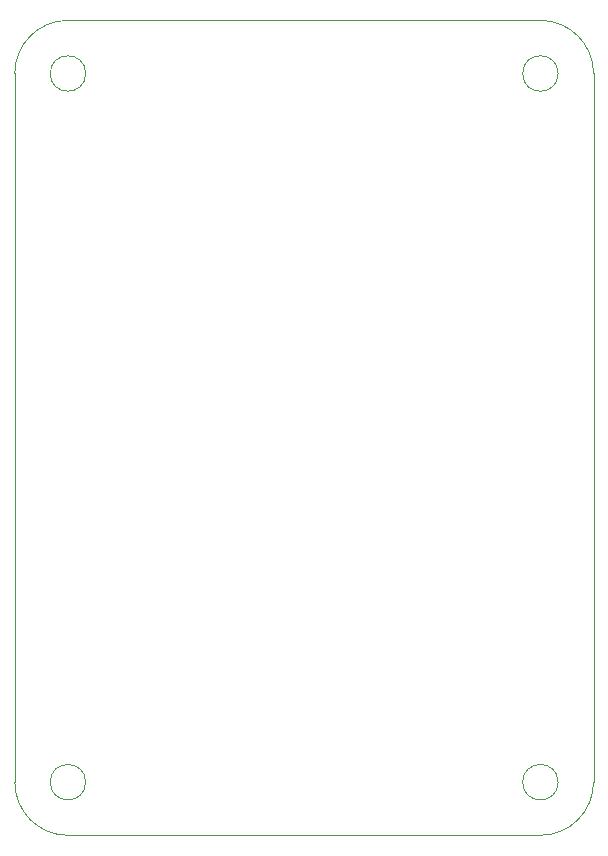
<source format=gm1>
G04 #@! TF.GenerationSoftware,KiCad,Pcbnew,(5.1.2-1)-1*
G04 #@! TF.CreationDate,2019-05-31T22:43:23-07:00*
G04 #@! TF.ProjectId,NeatoLidarInterface,4e656174-6f4c-4696-9461-72496e746572,rev?*
G04 #@! TF.SameCoordinates,Original*
G04 #@! TF.FileFunction,Profile,NP*
%FSLAX46Y46*%
G04 Gerber Fmt 4.6, Leading zero omitted, Abs format (unit mm)*
G04 Created by KiCad (PCBNEW (5.1.2-1)-1) date 2019-05-31 22:43:23*
%MOMM*%
%LPD*%
G04 APERTURE LIST*
%ADD10C,0.050000*%
G04 APERTURE END LIST*
D10*
X224500000Y-60000000D02*
G75*
G02X220000000Y-64500000I-4500000J0D01*
G01*
X180000000Y-64500000D02*
G75*
G02X175500000Y-60000000I0J4500000D01*
G01*
X175500000Y0D02*
G75*
G02X180000000Y4500000I4500000J0D01*
G01*
X220000000Y4500000D02*
G75*
G02X224500000Y0I0J-4500000D01*
G01*
X180000000Y-64500000D02*
X220000000Y-64500000D01*
X175500000Y0D02*
X175500000Y-60000000D01*
X220000000Y4500000D02*
X180000000Y4500000D01*
X224500000Y0D02*
X224500000Y-60000000D01*
X181500000Y0D02*
G75*
G03X181500000Y0I-1500000J0D01*
G01*
X181500000Y-60000000D02*
G75*
G03X181500000Y-60000000I-1500000J0D01*
G01*
X221500000Y-60000000D02*
G75*
G03X221500000Y-60000000I-1500000J0D01*
G01*
X221500000Y0D02*
G75*
G03X221500000Y0I-1500000J0D01*
G01*
M02*

</source>
